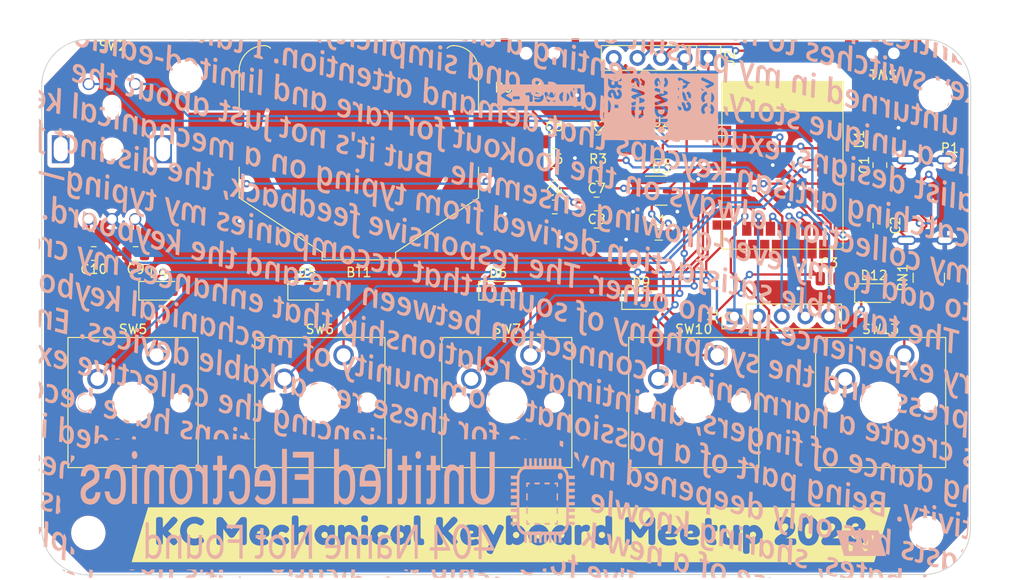
<source format=kicad_pcb>
(kicad_pcb (version 20221018) (generator pcbnew)
  (layers (0 "F.Cu" signal) (31 "B.Cu" signal) (34 "B.Paste" user) (35 "F.Paste" user) (36 "B.SilkS" user "B.Silkscreen") (37 "F.SilkS" user "F.Silkscreen") (38 "B.Mask" user) (39 "F.Mask" user) (44 "Edge.Cuts" user))
  (net 0 "")
  (net 1 "VDDA")
  (net 2 "VSS")
  (net 3 "D+")
  (net 4 "D-")
  (net 5 "VCC")
  (net 6 "VBat")
  (net 7 "/RotaryA")
  (net 8 "/RotaryB")
  (net 9 "/R1")
  (net 10 "Net-(D4-A)")
  (net 11 "Net-(D5-A)")
  (net 12 "Net-(D6-A)")
  (net 13 "Net-(D9-A)")
  (net 14 "Net-(D12-A)")
  (net 15 "Net-(J1-Pin_1)")
  (net 16 "Net-(J1-Pin_2)")
  (net 17 "Net-(J1-Pin_3)")
  (net 18 "Net-(J1-Pin_4)")
  (net 19 "Net-(J1-Pin_5)")
  (net 20 "SWDIO")
  (net 21 "SWD")
  (net 22 "RST")
  (net 23 "VBUS")
  (net 24 "Net-(P1-CC)")
  (net 26 "Net-(P1-VCONN)")
  (net 28 "Net-(U2-PROG)")
  (net 33 "Net-(SW1-A)")
  (net 34 "Net-(SW1-B)")
  (net 35 "/RotaryS1")
  (net 36 "/RotaryS2")
  (net 37 "/C1")
  (net 38 "/C2")
  (net 39 "/C3")
  (net 40 "/C4")
  (net 41 "/C5")
  (net 43 "/SK6812")
  (net 52 "/SDA")
  (net 55 "/SCL")
  (net 57 "Net-(U3-LX)")
  (net 58 "Net-(Power1-B)")
  (footprint "Package_TO_SOT_SMD:SOT-23-5" (layer "F.Cu") (at 112.5375 52.3)
    (fp_text reference "U2")
    (fp_text value "HX4055M")
  )
  (footprint "Button_Switch_Keyboard:SW_Cherry_MX_1.00u_PCB" (layer "F.Cu") (at 118.55 74.92)
    (fp_text reference "SW10")
    (fp_text value "Switch")
  )
  (footprint "Capacitor_SMD:C_0805_2012Metric" (layer "F.Cu") (at 101.0875 59)
    (fp_text reference "C4")
    (fp_text value "10uF")
  )
  (footprint "kibuzzard-648A5551" (layer "F.Cu") (at 96.4 94.2)
    (fp_text reference "kibuzzard-648A5551" hide)
    (fp_text value "G***" hide)
  )
  (footprint "Button_Switch_Keyboard:SW_Cherry_MX_1.00u_PCB" (layer "F.Cu") (at 98.48 74.92)
    (fp_text reference "SW7")
    (fp_text value "Switch")
  )
  (footprint "Resistor_SMD:R_Array_Convex_4x0603" (layer "F.Cu") (at 141.25 66.6 90)
    (fp_text reference "RN1")
    (fp_text value "5.1k")
  )
  (footprint "BreadBoardPwr:SK-3296S_switch" (layer "F.Cu") (at 99.495 42.5)
    (fp_text reference "Power1")
    (fp_text value "SW3")
  )
  (footprint "BadgePirates:USB_C_Receptical-Jing" (layer "F.Cu") (at 138.8125 58.25 90)
    (fp_text reference "P1")
    (fp_text value "USB_C_Plug_corrected")
  )
  (footprint "Resistor_SMD:R_0805_2012Metric" (layer "F.Cu") (at 105.7375 55.5)
    (fp_text reference "R3")
    (fp_text value "R_Small")
  )
  (footprint "Capacitor_SMD:C_0805_2012Metric" (layer "F.Cu") (at 136 61 -90)
    (fp_text reference "C2")
    (fp_text value "20pF")
  )
  (footprint "RedVillage:TS36CA-0.7" (layer "F.Cu") (at 136.35 42.5 180)
    (fp_text reference "SW1")
    (fp_text value "SW_SPST")
  )
  (footprint "MountingHole:MountingHole_3.2mm_M3" (layer "F.Cu") (at 141 94)
    (fp_text reference "REF**" hide)
    (fp_text value "MountingHole_3.2mm_M3")
  )
  (footprint "Capacitor_SMD:C_0805_2012Metric" (layer "F.Cu") (at 105.5875 58.68)
    (fp_text reference "C7")
    (fp_text value "10uF")
  )
  (footprint "Button_Switch_Keyboard:SW_Cherry_MX_1.00u_PCB" (layer "F.Cu") (at 78.41 74.92)
    (fp_text reference "SW6")
    (fp_text value "Switch")
  )
  (footprint "Battery:BatteryHolder_Keystone_3008_1x2450" (layer "F.Cu") (at 80.05 51.625 180)
    (fp_text reference "BT1")
    (fp_text value "Battery_Cell")
  )
  (footprint "MountingHole:MountingHole_3.2mm_M3" (layer "F.Cu") (at 51 94)
    (fp_text reference "REF**" hide)
    (fp_text value "MountingHole_3.2mm_M3")
  )
  (footprint "Capacitor_SMD:C_0805_2012Metric" (layer "F.Cu") (at 56.0875 64 180)
    (fp_text reference "C9")
    (fp_text value "100nF")
  )
  (footprint "E73:E73-2G4M08S1C" (layer "F.Cu") (at 125.0375 53.53 180)
    (fp_text reference "U1")
    (fp_text value "E73-2G4M08S1C")
  )
  (footprint "Diode_SMD:D_SOD-123F" (layer "F.Cu") (at 58.6375 68)
    (fp_text reference "D4")
    (fp_text value "D")
  )
  (footprint "MountingHole:MountingHole_3.2mm_M3" (layer "F.Cu") (at 61.5 45)
    (fp_text reference "REF**" hide)
    (fp_text value "MountingHole_3.2mm_M3")
  )
  (footprint "Button_Switch_Keyboard:SW_Cherry_MX_1.00u_PCB" (layer "F.Cu") (at 138.62 74.92)
    (fp_text reference "SW13")
    (fp_text value "Switch")
  )
  (footprint "Inductor_SMD:L_0805_2012Metric" (layer "F.Cu") (at 112.25 62)
    (fp_text reference "L1")
    (fp_text value "10uH")
  )
  (footprint "Resistor_SMD:R_0805_2012Metric" (layer "F.Cu") (at 101.0375 52)
    (fp_text reference "C5")
    (fp_text value "800k")
  )
  (footprint "Connector_PinHeader_2.54mm:PinHeader_1x05_P2.54mm_Vertical" (layer "F.Cu") (at 117.58 43 -90)
    (fp_text reference "J2")
    (fp_text value "Conn_01x05")
  )
  (footprint "Connector_PinHeader_2.54mm:PinHeader_1x05_P2.54mm_Vertical" (layer "F.Cu") (at 120.38 70.75 90)
    (fp_text reference "J1")
    (fp_text value "Conn_01x05")
  )
  (footprint "Capacitor_SMD:C_0805_2012Metric" (layer "F.Cu") (at 105.5875 62)
    (fp_text reference "C8")
    (fp_text value "22uF")
  )
  (footprint "Capacitor_SMD:C_0805_2012Metric" (layer "F.Cu") (at 136 54.5 90)
    (fp_text reference "C1")
    (fp_text value "20pF")
  )
  (footprint "Resistor_SMD:R_0805_2012Metric" (layer "F.Cu") (at 105.7375 52)
    (fp_text reference "R2")
    (fp_text value "Charger Bypass")
  )
  (footprint "Package_TO_SOT_SMD:SOT-23" (layer "F.Cu") (at 112.5 57.25)
    (fp_text reference "U3")
    (fp_text value "~")
  )
  (footprint "Button_Switch_Keyboard:SW_Cherry_MX_1.00u_PCB" (layer "F.Cu") (at 58.34 74.92)
    (fp_text reference "SW5")
    (fp_text value "Switch")
  )
  (footprint "Capacitor_SMD:C_0805_2012Metric" (layer "F.Cu") (at 130.55 66.7)
    (fp_text reference "C3")
    (fp_text value "4.7uF")
  )
  (footprint "Diode_SMD:D_SOD-123F" (layer "F.Cu") (at 135.5 68.25)
    (fp_text reference "D12")
    (fp_text value "D")
  )
  (footprint "Diode_SMD:D_SOD-123F" (layer "F.Cu") (at 95.1375 68)
    (fp_text reference "D6")
    (fp_text value "D")
  )
  (footprint "MountingHole:MountingHole_3.2mm_M3" (layer "F.Cu") (at 142 47)
    (fp_text reference "REF**" hide)
    (fp_text value "MountingHole_3.2mm_M3")
  )
  (footprint "cafebabe:EC11L1524E03_Rotary_Encoder" (layer "F.Cu") (at 53.5375 52.8)
    (fp_text reference "SW2")
    (fp_text value "Rotary_Encoder_Switch")
  )
  (footprint "Diode_SMD:D_SOD-123F" (layer "F.Cu") (at 110.5 69)
    (fp_text reference "D9")
    (fp_text value "D")
  )
  (footprint "Resistor_SMD:R_0805_2012Metric" (layer "F.Cu") (at 101.0375 55.5)
    (fp_text reference "C6")
    (fp_text value "2M")
  )
  (footprint "Diode_SMD:D_SOD-123F" (layer "F.Cu") (at 74.6375 68)
    (fp_text reference "D5")
    (fp_text value "D")
  )
  (footprint "Capacitor_SMD:C_0805_2012Metric" (layer "F.Cu") (at 51.5875 64 180)
    (fp_text reference "C10")
    (fp_text value "100nF")
  )
  (footprint "kibuzzard-648A54D0" (layer "B.Cu") (at 99.6 47 180)
    (fp_text reference "kibuzzard-648A54D0" hide)
    (fp_text value "G***" hide)
  )
  (footprint "kibuzzard-648A54B3" (layer "B.Cu") (at 112.5 48.25 -90)
    (fp_text reference "kibuzzard-648A54B3" hide)
    (fp_text value "G***" hide)
  )
  (footprint "kibuzzard-648A556D" (layer "B.Cu") (at 134 95.1 180)
    (fp_text reference "kibuzzard-648A556D" hide)
    (fp_text value "G***" hide)
  )
  (footprint "MeetupKeeb:MeetupBack" (layer "B.Cu") (at 96.8 69.8 180)
    (fp_text reference "Ref**" hide)
    (fp_text value "Val**" hide)
  )
  (gr_line (start 46 93.5) (end 46 46) (stroke (width 0.1)) (layer "Edge.Cuts"))
  (gr_arc (start 51 98.5) (mid 47.464466 97.035534) (end 46 93.5) (stroke (width 0.1)) (layer "Edge.Cuts"))
  (gr_arc (start 46 46) (mid 47.464466 42.464466) (end 51 41) (stroke (width 0.1)) (layer "Edge.Cuts"))
  (gr_line (start 145.75 46) (end 145.714466 93.464466) (stroke (width 0.1)) (layer "Edge.Cuts"))
  (gr_line (start 51 41) (end 140.75 41) (stroke (width 0.1)) (layer "Edge.Cuts"))
  (gr_arc (start 145.714466 93.464466) (mid 144.25 97) (end 140.714466 98.464466) (stroke (width 0.1)) (layer "Edge.Cuts"))
  (gr_arc (start 140.75 41) (mid 144.285534 42.464466) (end 145.75 46) (stroke (width 0.1)) (layer "Edge.Cuts"))
  (gr_line (start 140.714466 98.464466) (end 51 98.5) (stroke (width 0.1)) (layer "Edge.Cuts"))
  (segment (start 107.9 53.25) (end 111.4 53.25) (width 0.25) (layer "F.Cu") (net 1))
  (segment (start 64.75 51.625) (end 64.75 53.25) (width 0.25) (layer "F.Cu") (net 1))
  (segment (start 105.15 50.5) (end 106.65 52) (width 0.25) (layer "F.Cu") (net 1))
  (segment (start 93.75 56.25) (end 95.35 54.65) (width 0.25) (layer "F.Cu") (net 1))
  (segment (start 95.35 46.525) (end 97.25 44.625) (width 0.25) (layer "F.Cu") (net 1))
  (segment (start 95.35 51.625) (end 99.75 51.625) (width 0.25) (layer "F.Cu") (net 1))
  (segment (start 101.625 50.5) (end 105.15 50.5) (width 0.25) (layer "F.Cu") (net 1))
  (segment (start 99.75 51.625) (end 100.125 52) (width 0.25) (layer "F.Cu") (net 1))
  (segment (start 106.65 52) (end 107.9 53.25) (width 0.25) (layer "F.Cu") (net 1))
  (segment (start 100.125 52) (end 101.625 50.5) (width 0.25) (layer "F.Cu") (net 1))
  (segment (start 95.35 51.625) (end 95.35 54.2125) (width 0.25) (layer "F.Cu") (net 1))
  (segment (start 95.35 54.2125) (end 100.1375 59) (width 0.25) (layer "F.Cu") (net 1))
  (segment (start 95.35 54.65) (end 95.35 51.625) (width 0.25) (layer "F.Cu") (net 1))
  (segment (start 95.35 51.625) (end 95.35 46.525) (width 0.25) (layer "F.Cu") (net 1))
  (segment (start 64.75 53.25) (end 68 56.5) (width 0.25) (layer "F.Cu") (net 1))
  (via (at 93.75 56.25) (size 0.8) (drill 0.4) (layers "F.Cu" "B.Cu") (net 1))
  (via (at 68 56.5) (size 0.8) (drill 0.4) (layers "F.Cu" "B.Cu") (net 1))
  (segment (start 68 56.5) (end 93.5 56.5) (width 0.25) (layer "B.Cu") (net 1))
  (segment (start 93.5 56.5) (end 93.75 56.25) (width 0.25) (layer "B.Cu") (net 1))
  (segment (start 128.112299 59.661195) (end 128.112299 59.562396) (width 0.25) (layer "F.Cu") (net 2))
  (segment (start 138.8125 62.275) (end 138.1125 61.575) (width 0.25) (layer "F.Cu") (net 2))
  (segment (start 129.3275 61.34) (end 129.3275 60.876396) (width 0.25) (layer "F.Cu") (net 2))
  (segment (start 129.3275 60.876396) (end 128.112299 59.661195) (width 0.25) (layer "F.Cu") (net 2))
  (segment (start 127.299903 58.75) (end 126.25 58.75) (width 0.25) (layer "F.Cu") (net 2))
  (segment (start 128.112299 59.562396) (end 127.299903 58.75) (width 0.25) (layer "F.Cu") (net 2))
  (segment (start 138.8125 62.57) (end 138.8125 62.275) (width 0.25) (layer "F.Cu") (net 2))
  (segment (start 127.4375 65.0625) (end 127.25 65.25) (width 0.25) (layer "F.Cu") (net 2))
  (segment (start 127.4375 63.53) (end 127.4375 65.0625) (width 0.25) (layer "F.Cu") (net 2))
  (segment (start 138.1125 61.575) (end 138.1125 61.325) (width 0.25) (layer "F.Cu") (net 2))
  (segment (start 138.1125 54.925) (end 138.1125 55.175) (width 0.25) (layer "F.Cu") (net 2))
  (segment (start 138.8125 53.93) (end 138.8125 54.225) (width 0.25) (layer "F.Cu") (net 2))
  (segment (start 138.8125 54.225) (end 138.1125 54.925) (width 0.25) (layer "F.Cu") (net 2))
  (via (at 108.75 62.5) (size 0.8) (drill 0.4) (layers "F.Cu" "B.Cu") (net 2))
  (via (at 116.5 56) (size 0.8) (drill 0.4) (layers "F.Cu" "B.Cu") (net 2))
  (via (at 126.25 58.75) (size 0.8) (drill 0.4) (layers "F.Cu" "B.Cu") (net 2))
  (via (at 124.5 54.5) (size 0.8) (drill 0.4) (layers "F.Cu" "B.Cu") (net 2))
  (via (at 138 50.5) (size 0.8) (drill 0.4) (layers "F.Cu" "B.Cu") (net 2))
  (via (at 103.25 53.75) (size 0.8) (drill 0.4) (layers "F.Cu" "B.Cu") (net 2))
  (via (at 67.25 60.5) (size 0.8) (drill 0.4) (layers "F.Cu" "B.Cu") (net 2))
  (via (at 114.25 59.5) (size 0.8) (drill 0.4) (layers "F.Cu" "B.Cu") (net 2))
  (via (at 95.75 59.75) (size 0.8) (drill 0.4) (layers "F.Cu" "B.Cu") (net 2))
  (via (at 127.5 57) (size 0.8) (drill 0.4) (layers "F.Cu" "B.Cu") (net 2))
  (via (at 101.75 62.25) (size 0.8) (drill 0.4) (layers "F.Cu" "B.Cu") (net 2))
  (via (at 127.25 67.75) (size 0.8) (drill 0.4) (layers "F.Cu" "B.Cu") (net 2))
  (via (at 109.5 59.5) (size 0.8) (drill 0.4) (layers "F.Cu" "B.Cu") (net 2))
  (via (at 127.25 65.25) (size 0.8) (drill 0.4) (layers "F.Cu" "B.Cu") (net 2))
  (via (at 103.5 47) (size 0.8) (drill 0.4) (layers "F.Cu" "B.Cu") (net 2))
  (segment (start 126.25 58.75) (end 126.25 58.5) (width 0.25) (layer "B.Cu") (net 2))
  (segment (start 127.25 65.25) (end 127.25 67.75) (width 0.25) (layer "B.Cu") (net 2))
  (segment (start 139.25 57.7125) (end 139.25 58.2875) (width 0.2) (layer "F.Cu") (net 3))
  (segment (start 136 55.45) (end 136 57.5) (width 0.2) (layer "F.Cu") (net 3))
  (segment (start 138.1125 57.5) (end 139.0375 57.5) (width 0.2) (layer "F.Cu") (net 3))
  (segment (start 139.0375 58.5) (end 138.1125 58.5) (width 0.2) (layer "F.Cu") (net 3))
  (segment (start 136.5 57.54) (end 138 57.54) (width 0.2) (layer "F.Cu") (net 3))
  (segment (start 133.537501 57.13) (end 133.947501 57.54) (width 0.2) (layer "F.Cu") (net 3))
  (segment (start 139.0375 57.5) (end 139.25 57.7125) (width 0.2) (layer "F.Cu") (net 3))
  (segment (start 139.25 58.2875) (end 139.0375 58.5) (width 0.2) (layer "F.Cu") (net 3))
  (segment (start 133.947501 57.54) (end 136.5 57.54) (width 0.2) (layer "F.Cu") (net 3))
  (segment (start 132.0375 57.13) (end 133.537501 57.13) (width 0.2) (layer "F.Cu") (net 3))
  (segment (start 133.537501 58.4) (end 133.947501 57.99) (width 0.2) (layer "F.Cu") (net 4))
  (segment (start 133.947501 57.99) (end 138 57.99) (width 0.2) (layer "F.Cu") (net 4))
  (segment (start 136 58) (end 137 59) (width 0.2) (layer "F.Cu") (net 4))
  (segment (start 132.0375 58.4) (end 133.537501 58.4) (width 0.2) (layer "F.Cu") (net 4))
  (segment (start 137 59) (end 138.1125 59) (width 0.2) (layer "F.Cu") (net 4))
  (segment (start 136 60.05) (end 136 58) (width 0.2) (layer "F.Cu") (net 4))
  (segment (start 112.775 69.525) (end 113.75 70.5) (width 0.25) (layer "F.Cu") (net 5))
  (segment (start 127 66.25) (end 129 66.25) (width 0.25) (layer "F.Cu") (net 5))
  (segment (start 112.55 58.621751) (end 113.4375 57.734251) (width 0.25) (layer "F.Cu") (net 5))
  (segment (start 115.25 55.113604) (end 115.25 47.75) (width 0.25) (layer "F.Cu") (net 5))
  (segment (start 115.25 47.75) (end 117.58 45.42) (width 0.25) (layer "F.Cu") (net 5))
  (segment (start 113.75 70.5) (end 118.28 70.5) (width 0.25) (layer "F.Cu") (net 5))
  (segment (start 113.4375 57.734251) (end 113.4375 57.25) (width 0.25) (layer "F.Cu") (net 5))
  (segment (start 106.3875 63.75) (end 111 63.75) (width 0.25) (layer "F.Cu") (net 5))
  (segment (start 104.6375 62) (end 106.3875 63.75) (width 0.25) (layer "F.Cu") (net 5))
  (segment (start 126.1675 63.53) (end 126.1675 65.4175) (width 0.25) (layer "F.Cu") (net 5))
  (segment (start 117.58 45.42) (end 117.58 43) (width 0.25) (layer "F.Cu") (net 5))
  (segment (start 111 63.75) (end 112.55 62.2) (width 0.25) (layer "F.Cu") (net 5))
  (segment (start 120.53 68.25) (end 121.1045 68.25) (width 0.25) (layer "F.Cu") (net 5))
  (segment (start 129.6 66.7) (end 128.7075 65.8075) (width 0.25) (layer "F.Cu") (net 5))
  (segment (start 112.55 62.2) (end 112.55 58.621751) (width 0.25) (layer "F.Cu") (net 5))
  (segment (start 126.1675 65.4175) (end 127 66.25) (width 0.25) (layer "F.Cu") (net 5))
  (segment (start 111 64) (end 112.775 65.775) (width 0.25) (layer "F.Cu") (net 5))
  (segment (start 113.4375 57.25) (end 113.4375 56.926104) (width 0.25) (layer "F.Cu") (net 5))
  (segment (start 113.4375 56.926104) (end 115.25 55.113604) (width 0.25) (layer "F.Cu") (net 5))
  (segment (start 129 66.25) (end 129.15 66.25) (width 0.25) (layer "F.Cu") (net 5))
  (segment (start 111 63.75) (end 111 64) (width 0.25) (layer "F.Cu") (net 5))
  (segment (start 128.7075 65.8075) (end 128.7075 63.53) (width 0.25) (layer "F.Cu") (net 5))
  (segment (start 112.775 65.775) (end 112.775 69.525) (width 0.25) (layer "F.Cu") (net 5))
  (segment (start 129.15 66.25) (end 129.6 66.7) (width 0.25) (layer "F.Cu") (net 5))
  (segment (start 122 66.25) (end 129 66.25) (width 0.25) (layer "F.Cu") (net 5))
  (segment (start 118.28 70.5) (end 120.53 68.25) (width 0.25) (layer "F.Cu") (net 5))
  (via (at 122 66.25) (size 0.8) (drill 0.4) (layers "F.Cu" "B.Cu") (net 5))
  (via (at 121.1045 68.25) (size 0.8) (drill 0.4) (layers "F.Cu" "B.Cu") (net 5))
  (segment (start 121.1045 67.1455) (end 122 66.25) (width 0.25) (layer "B.Cu") (net 5))
  (segment (start 121.1045 68.25) (end 121.1045 67.1455) (width 0.25) (layer "B.Cu") (net 5))
  (segment (start 101.95 53.675) (end 101.95 52) (width 0.25) (layer "F.Cu") (net 6))
  (segment (start 125.5175 60.0175) (end 125.5175 61.34) (width 0.25) (layer "F.Cu") (net 6))
  (segment (start 101.625 57) (end 108.5 57) (width 0.25) (layer "F.Cu") (net 6))
  (segment (start 100.125 55.5) (end 101.625 57) (width 0.25) (layer "F.Cu") (net 6))
  (segment (start 122.5 57) (end 125.5175 60.0175) (width 0.25) (layer "F.Cu") (net 6))
  (segment (start 100.125 55.5) (end 101.95 53.675) (width 0.25) (layer "F.Cu") (net 6))
  (via (at 122.5 57) (size 0.8) (drill 0.4) (layers "F.Cu" "B.Cu") (net 6))
  (via (at 108.5 57) (size 0.8) (drill 0.4) (layers "F.Cu" "B.Cu") (net 6))
  (segment (start 122.5 57) (end 108.5 57) (width 0.25) (layer "B.Cu") (net 6))
  (segment (start 127.5 54) (end 127.54 53.96) (width 0.25) (layer "F.Cu") (net 7))
  (segment (start 127.54 53.96) (end 130.0275 53.96) (width 0.25) (layer "F.Cu") (net 7))
  (segment (start 56.0375 63) (end 57.0375 64) (width 0.25) (layer "F.Cu") (net 7))
  (segment (start 56.0375 60.3) (end 56.0375 63) (width 0.25) (layer "F.Cu") (net 7))
  (via (at 127.5 54) (size 0.8) (drill 0.4) (layers "F.Cu" "B.Cu") (net 7))
  (segment (start 112.813701 64.5) (end 114.406851 62.90685) (width 0.25) (layer "B.Cu") (net 7))
  (segment (start 118.813701 58.5) (end 120.5 58.5) (width 0.25) (layer "B.Cu") (net 7))
  (segment (start 120.5 58.5) (end 123 58.5) (width 0.25) (layer "B.Cu") (net 7))
  (segment (start 114.406851 62.90685) (end 118.813701 58.5) (width 0.25) (layer "B.Cu") (net 7))
  (segment (start 60.2375 64.5) (end 61 64.5) (width 0.25) (layer "B.Cu") (net 7))
  (segment (start 56.0375 60.3) (end 60.2375 64.5) (width 0.25) (layer "B.Cu") (net 7))
  (segment (start 123 58.5) (end 127.5 54) (width 0.25) (layer "B.Cu") (net 7))
  (segment (start 61 64.5) (end 112.813701 64.5) (width 0.25) (layer "B.Cu") (net 7))
  (segment (start 128 55) (end 129.7975 55) (width 0.25) (layer "F.Cu") (net 8))
  (segment (start 129.7975 55) (end 130.0275 55.23) (width 0.25) (layer "F.Cu") (net 8))
  (segment (start 51.0375 60.3) (end 51.0375 63.6) (width 0.25) (layer "F.Cu") (net 8))
  (segment (start 51.0375 63.6) (end 50.6375 64) (width 0.25) (layer "F.Cu") (net 8))
  (via (at 128 55) (size 0.8) (drill 0.4) (layers "F.Cu" "B.Cu") (net 8))
  (segment (start 123.5 59) (end 127.5 55) (width 0.25) (layer "B.Cu") (net 8))
  (segment (start 55.7375 65) (end 113 65) (width 0.25) (layer "B.Cu") (net 8))
  (segment (start 127.5 55) (end 128 55) (width 0.25) (layer "B.Cu") (net 8))
  (segment (start 51.0375 60.3) (end 55.7375 65) (width 0.25) (layer "B.Cu") (net 8))
  (segment (start 118.950097 59) (end 123 59) (width 0.25) (layer "B.Cu") (net 8))
  (segment (start 113.5 64.450097) (end 118.950097 59) (width 0.25) (layer "B.Cu") (net 8))
  (segment (start 123 59) (end 123.5 59) (width 0.25) (layer "B.Cu") (net 8))
  (segment (start 113.5 64.5) (end 113.5 64.450097) (width 0.25) (layer "B.Cu") (net 8))
  (segment (start 113 65) (end 113.5 64.5) (width 0.25) (layer "B.Cu") (net 8))
  (segment (start 114.987701 56.012299) (end 117.68 53.32) (width 0.25) (layer "F.Cu") (net 9))
  (segment (start 93.7375 68) (end 93.7375 66.7625) (width 0.25) (layer "F.Cu") (net 9))
  (segment (start 109.5 69) (end 109.1 69) (width 0.25) (layer "F.Cu") (net 9))
  (segment (start 93.7375 66.7625) (end 94.5 66) (width 0.25) (layer "F.Cu") (net 9))
  (segment (start 134 68.35) (end 134.1 68.25) (width 0.25) (layer "F.Cu") (net 9))
  (segment (start 117.68 53.32) (end 119.0375 53.32) (width 0.25) (layer "F.Cu") (net 9))
  (segment (start 73.2375 68) (end 73.2375 67.2625) (width 0.25) (layer "F.Cu") (net 9))
  (segment (start 110 68.5) (end 109.5 69) (width 0.25) (layer "F.Cu") (net 9))
  (segment (start 114.987701 63.987701) (end 114.987701 56.012299) (width 0.25) (layer "F.Cu") (net 9))
  (segment (start 57.2375 67.7625) (end 59 66) (width 0.25) (layer "F.Cu") (net 9))
  (segment (start 110 66) (end 110 68.5) (width 0.25) (layer "F.Cu") (net 9))
  (segment (start 57.2375 68) (end 57.2375 67.7625) (width 0.25) (layer "F.Cu") (net 9))
  (segment (start 73.2375 67.2625) (end 74.5 66) (width 0.25) (layer "F.Cu") (net 9))
  (segment (start 134 70) (end 134 68.35) (width 0.25) (layer "F.Cu") (net 9))
  (via (at 74.5 66) (size 0.8) (drill 0.4) (layers "F.Cu" "B.Cu") (net 9))
  (via (at 110 66) (size 0.8) (drill 0.4) (layers "F.Cu" "B.Cu") (net 9))
  (via (at 59 66) (size 0.8) (drill 0.4) (layers "F.Cu" "B.Cu") (net 9))
  (via (at 94.5 66) (size 0.8) (drill 0.4) (layers "F.Cu" "B.Cu") (net 9))
  (via (at 134 70) (size 0.8) (drill 0.4) (layers "F.Cu" "B.Cu") (net 9))
  (via (at 114.987701 63.987701) (size 0.8) (drill 0.4) (layers "F.Cu" "B.Cu") (net 9))
  (segment (start 117.5 66) (end 118.5 67) (width 0.25) (layer "B.Cu") (net 9))
  (segment (start 74.5 66) (end 94.5 66) (width 0.25) (layer "B.Cu") (net 9))
  (segment (start 115 64) (end 115 65.5) (width 0.25) (layer "B.Cu") (net 9))
  (segment (start 115 65.5) (end 114.5 66) (width 0.25) (layer "B.Cu") (net 9))
  (segment (start 59 66) (end 74.5 66) (width 0.25) (layer "B.Cu") (net 9))
  (segment (start 118.5 67) (end 118.5 71.22) (width 0.25) (layer "B.Cu") (net 9))
  (segment (start 114.5 66) (end 117.5 66) (width 0.25) (layer "B.Cu") (net 9))
  (segment (start 118.5 71.22) (end 119.78 72.5) (width 0.25) (layer "B.Cu") (net 9))
  (segment (start 94.5 66) (end 114.5 66) (width 0.25) (layer "B.Cu") (net 9))
  (segment (start 114.987701 63.987701) (end 115 64) (width 0.25) (layer "B.Cu") (net 9))
  (segment (start 132 72.5) (end 134 70.5) (width 0.25) (layer "B.Cu") (net 9))
  (segment (start 110 66) (end 113 66) (width 0.25) (layer "B.Cu") (net 9))
  (segment (start 134 70.5) (end 134 70) (width 0.25) (layer "B.Cu") (net 9))
  (segment (start 119.78 72.5) (end 132 72.5) (width 0.25) (layer "B.Cu") (net 9))
  (segment (start 60.0375 68) (end 58.34 69.6975) (width 0.25) (layer "F.Cu") (net 10))
  (segment (start 58.34 69.6975) (end 58.34 74.92) (width 0.25) (layer "F.Cu") (net 10))
  (segment (start 78.41 70.3725) (end 78.41 74.92) (width 0.25) (layer "F.Cu") (net 11))
  (segment (start 76.0375 68) (end 78.41 70.3725) (width 0.25) (layer "F.Cu") (net 11))
  (segment (start 96.5375 68) (end 98.48 69.9425) (width 0.25) (layer "F.Cu") (net 12))
  (segment (start 98.48 69.9425) (end 98.48 74.92) (width 0.25) (layer "F.Cu") (net 12))
  (segment (start 111.9 70.9) (end 115.92 74.92) (width 0.25) (layer "F.Cu") (net 13))
  (segment (start 115.92 74.92) (end 118.55 74.92) (width 0.25) (layer "F.Cu") (net 13))
  (segment (start 111.9 69) (end 111.9 70.9) (width 0.25) (layer "F.Cu") (net 13))
  (segment (start 138.62 69.97) (end 138.62 74.92) (width 0.25) (layer "F.Cu") (net 14))
  (segment (start 136.9 68.25) (end 138.62 69.97) (width 0.25) (layer "F.Cu") (net 14))
  (segment (start 121.5 61.1325) (end 121.7075 61.34) (width 0.25) (layer "F.Cu") (net 15))
  (segment (start 121.5 60) (end 121.5 61.1325) (width 0.25) (layer "F.Cu") (net 15))
  (via (at 121.5 60) (size 0.8) (drill 0.4) (layers "F.Cu" "B.Cu") (net 15))
  (segment (start 120.38 70.75) (end 120.38 61.12) (width 0.25) (layer "B.Cu") (net 15))
  (segment (start 120.38 61.12) (end 121.5 60) (width 0.25) (layer "B.Cu") (net 15))
  (segment (start 123 61.3175) (end 122.9775 61.34) (width 0.25) (layer "F.Cu") (net 16))
  (segment (start 123 60) (end 123 61.3175) (width 0.25) (layer "F.Cu") (net 16))
  (via (at 123 60) (size 0.8) (drill 0.4) (layers "F.Cu" "B.Cu") (net 16))
  (segment (start 122.92 60.08) (end 123 60) (width 0.25) (layer "B.Cu") (net 16))
  (segment (start 122.92 70.75) (end 122.92 60.08) (width 0.25) (layer "B.Cu") (net 16))
  (segment (start 124.4877 60.0123) (end 124.2475 60.2525) (width 0.25) (layer "F.Cu") (net 17))
  (segment (start 124.2475 60.2525) (end 124.2475 61.34) (width 0.25) (layer "F.Cu") (net 17))
  (via (at 124.4877 60.0123) (size 0.8) (drill 0.4) (layers "F.Cu" "B.Cu") (net 17))
  (segment (start 125.46 60.9846) (end 125.46 70.75) (width 0.25) (layer "B.Cu") (net 17))
  (segment (start 124.4877 60.0123) (end 125.46 60.9846) (width 0.25) (layer "B.Cu") (net 17))
  (segment (start 126.7875 60.5375) (end 126.7875 61.34) (width 0.25) (layer "F.Cu") (net 18))
  (segment (start 126.25 60) (end 126.7875 60.5375) (width 0.25) (layer "F.Cu") (net 18))
  (via (at 126.25 60) (size 0.8) (drill 0.4) (layers "F.Cu" "B.Cu") (net 18))
  (segment (start 128 61.5) (end 128 70.75) (width 0.25) (layer "B.Cu") (net 18))
  (segment (start 126.5 60) (end 128 61.5) (width 0.25) (layer "B.Cu") (net 18))
  (segment (start 126.25 60) (end 126.5 60) (width 0.25) (layer "B.Cu") (net 18))
  (segment (start 128.0575 60.71) (end 128.0575 61.34) (width 0.25) (layer "F.Cu") (net 19))
  (segment (start 127.387299 59.862701) (end 127.387299 60.039799) (width 0.25) (layer "F.Cu") (net 19))
  (segment (start 127.387299 60.039799) (end 128.0575 60.71) (width 0.25) (layer "F.Cu") (net 19))
  (via (at 127.387299 59.862701) (size 0.8) (drill 0.4) (layers "F.Cu" "B.Cu") (net 19))
  (segment (start 130.54 62.04) (end 130.54 70.75) (width 0.25) (layer "B.Cu") (net 19))
  (segment (start 128.362701 59.862701) (end 130.54 62.04) (width 0.25) (layer "B.Cu") (net 19))
  (segment (start 127.387299 59.862701) (end 128.362701 59.862701) (width 0.25) (layer "B.Cu") (net 19))
  (segment (start 132.0375 53.32) (end 133.2875 53.32) (width 0.25) (layer "F.Cu") (net 20))
  (segment (start 134 44.9) (end 130.6 41.5) (width 0.25) (layer "F.Cu") (net 20))
  (segment (start 133.2875 53.32) (end 134 52.6075) (width 0.25) (layer "F.Cu") (net 20))
  (segment (start 114 41.5) (end 112.5 43) (width 0.25) (layer "F.Cu") (net 20))
  (segment (start 134 52.6075) (end 134 44.9) (width 0.25) (layer "F.Cu") (net 20))
  (segment (start 130.6 41.5) (end 114 41.5) (width 0.25) (layer "F.Cu") (net 20))
  (segment (start 130.688104 42.2245) (end 120.5 42.2245) (width 0.25) (layer "F.Cu") (net 21))
  (segment (start 133.55 45.086396) (end 130.688104 42.2245) (width 0.25) (layer "F.Cu") (net 21))
  (segment (start 132.0375 52.05) (end 132.95 52.05) (width 0.25) (layer "F.Cu") (net 21))
  (segment (start 132.95 52.05) (end 133.55 51.45) (width 0.25) (layer "F.Cu") (net 21))
  (segment (start 133.55 51.45) (end 133.55 45.086396) (width 0.25) (layer "F.Cu") (net 21))
  (via (at 120.5 42.2245) (size 0.8) (drill 0.4) (layers "F.Cu" "B.Cu") (net 21))
  (segment (start 120.1005 41.825) (end 111.635 41.825) (width 0.25) (layer "B.Cu") (net 21))
  (segment (start 111.635 41.825) (end 110.46 43) (width 0.25) (layer "B.Cu") (net 21))
  (segment (start 110.46 43) (end 109.96 43) (width 0.25) (layer "B.Cu") (net 21))
  (segment (start 120.5 42.2245) (end 120.1005 41.825) (width 0.25) (layer "B.Cu") (net 21))
  (segment (start 132.0375 62) (end 132.0375 60.94) (width 0.25) (layer "F.Cu") (net 22))
  (via (at 132.0375 62) (size 0.8) (drill 0.4) (layers "F.Cu" "B.Cu") (net 22))
  (segment (start 128.75 59.5) (end 128.75 52.5) (width 0.25) (layer "B.Cu") (net 22))
  (segment (start 115.195 50.775) (end 107.42 43) (width 0.25) (layer "B.Cu") (net 22))
  (segment (start 131.25 62) (end 128.75 59.5) (width 0.25) (layer "B.Cu") (net 22))
  (segment (start 128.75 52.5) (end 127.025 50.775) (width 0.25) (layer "B.Cu") (net 22))
  (segment (start 132.0375 62) (end 131.25 62) (width 0.25) (layer "B.Cu") (net 22))
  (segment (start 127.025 50.775) (end 115.195 50.775) (width 0.25) (layer "B.Cu") (net 22))
  (segment (start 129.7525 59.865) (end 130.7125 60.825) (width 0.25) (layer "F.Cu") (net 23))
  (segment (start 123.5 56.5) (end 125.75 56.5) (width 0.25) (layer "F.Cu") (net 23))
  (segment (start 138.937551 55.975) (end 139.022551 56.06) (width 0.25) (layer "F.Cu") (net 23))
  (segment (start 132.0375 59.67) (end 133.42 59.67) (width 0.25) (layer "F.Cu") (net 23))
  (segment (start 125.75 56.5) (end 129.115 59.865) (width 0.25) (layer "F.Cu") (net 23))
  (segment (start 134.625 60.875) (end 137.5 60.875) (width 0.25) (layer "F.Cu") (net 23))
  (segment (start 132.525 62.725) (end 134.5 60.75) (width 0.25) (layer "F.Cu") (net 23))
  (segment (start 129.115 59.865) (end 129.7525 59.865) (width 0.25) (layer "F.Cu") (net 23))
  (segment (start 106.825 54) (end 108.75 54) (width 0.25) (layer "F.Cu") (net 23))
  (segment (start 134.5 60.75) (end 134.625 60.875) (width 0.25) (layer "F.Cu") (net 23))
  (segment (start 104.825 52) (end 106.825 54) (width 0.25) (layer "F.Cu") (net 23))
  (segment (start 113.25 54.75) (end 113.25 53.675) (width 0.25) (layer "F.Cu") (net 23))
  (segment (start 139.0875 60.375) (end 138.6875 60.775) (width 0.25) (layer "F.Cu") (net 23))
  (segment (start 133.42 59.67) (end 134.5 60.75) (width 0.25) (layer "F.Cu") (net 23))
  (segment (start 137.6 60.775) (end 137.5 60.875) (width 0.25) (layer "F.Cu") (net 23))
  (segment (start 131.725 62.725) (end 132.525 62.725) (width 0.25) (layer "F.Cu") (net 23))
  (segment (start 113.25 53.675) (end 113.675 53.25) (width 0.25) (layer "F.Cu") (net 23))
  (segment (start 130.7125 61.7125) (end 131.725 62.725) (width 0.25) (layer "F.Cu") (net 23))
  (segment (start 138.1125 55.975) (end 138.937551 55.975) (width 0.25) (layer "F.Cu") (net 23))
  (segment (start 139.875 60.375) (end 139.0875 60.375) (width 0.25) (layer "F.Cu") (net 23))
  (segment (start 130.7125 60.825) (end 130.7125 61.7125) (width 0.25) (layer "F.Cu") (net 23))
  (segment (start 140.69 56.06) (end 141.25 55.5) (width 0.25) (layer "F.Cu") (net 23))
  (segment (start 138.6875 60.775) (end 138.1125 60.775) (width 0.25) (layer "F.Cu") (net 23))
  (segment (start 138.1125 60.775) (end 137.6 60.775) (width 0.25) (layer "F.Cu") (net 23))
  (segment (start 140.25 60.75) (end 139.875 60.375) (width 0.25) (layer "F.Cu") (net 23))
  (segment (start 139.022551 56.06) (end 140.69 56.06) (width 0.25) (layer "F.Cu") (net 23))
  (via (at 141.25 55.5) (size 0.8) (drill 0.4) (layers "F.Cu" "B.Cu") (net 23))
  (via (at 108.75 54) (size 0.8) (drill 0.4) (layers "F.Cu" "B.Cu") (net 23))
  (via (at 123.5 56.5) (size 0.8) (drill 0.4) (layers "F.Cu" "B.Cu") (net 23))
  (via (at 113.25 54.75) (size 0.8) (drill 0.4) (layers "F.Cu" "B.Cu") (net 23))
  (via (at 140.25 60.75) (size 0.8) (drill 0.4) (layers "F.Cu" "B.Cu") (net 23))
  (segment (start 142.25 60) (end 142.25 56.5) (width 0.25) (layer "B.Cu") (net 23))
  (segment (start 121.75 54.75) (end 123.5 56.5) (width 0.25) (layer "B.Cu") (net 23))
  (segment (start 140.25 60.75) (end 141.5 60.75) (width 0.25) (layer "B.Cu") (net 23))
  (segment (start 108.75 54) (end 109.5 54.75) (width 0.25) (layer "B.Cu") (net 23))
  (segment (start 109.5 54.75) (end 109.75 54.75) (width 0.25) (layer "B.Cu") (net 23))
  (segment (start 141.5 60.75) (end 142.25 60) (width 0.25) (layer "B.Cu") (net 23))
  (segment (start 109.75 54.75) (end 113.25 54.75) (width 0.25) (layer "B.Cu") (net 23))
  (segment (start 142.25 56.5) (end 141.25 55.5) (width 0.25) (layer "B.Cu") (net 23))
  (segment (start 113.25 54.75) (end 121.75 54.75) (width 0.25) (layer "B.Cu") (net 23))
  (segment (start 140.75 64.35) (end 140.75 61.275305) (width 0.25) (layer "F.Cu") (net 24))
  (segment (start 141.65 65.25) (end 140.75 64.35) (width 0.25) (layer "F.Cu") (net 24))
  (segment (start 140.975 61.050305) (end 140.975 60.449695) (width 0.25) (layer "F.Cu") (net 24))
  (segment (start 140.975 60.449695) (end 140.025305 59.5) (width 0.25) (layer "F.Cu") (net 24))
  (segment (start 140.025305 59.5) (end 138.1125 59.5) (width 0.25) (layer "F.Cu") (net 24))
  (segment (start 141.65 65.7) (end 141.65 65.25) (width 0.25) (layer "F.Cu") (net 24))
  (segment (start 140.75 61.275305) (end 140.975 61.050305) (width 0.25) (layer "F.Cu") (net 24))
  (segment (start 141.5 58.75) (end 139.26 56.51) (width 0.25) (layer "F.Cu") (net 26))
  (segment (start 142.45 65.7) (end 142.45 65.2) (width 0.25) (layer "F.Cu") (net 26))
  (segment (start 142.45 65.2) (end 141.5 64.25) (width 0.25) (layer "F.Cu") (net 26))
  (segment (start 138.1225 56.51) (end 138.1125 56.5) (width 0.25) (layer "F.Cu") (net 26))
  (segment (start 141.5 64.25) (end 141.5 58.75) (width 0.25) (layer "F.Cu") (net 26))
  (segment (start 139.26 56.51) (end 138.1225 56.51) (width 0.25) (layer "F.Cu") (net 26))
  (segment (start 112.6875 53.3125) (end 112.6875 52.3375) (width 0.25) (layer "F.Cu") (net 28))
  (segment (start 110.5 55.5) (end 112.6875 53.3125) (width 0.25) (layer "F.Cu") (net 28))
  (segment (start 112.6875 52.3375) (end 113.675 51.35) (width 0.25) (layer "F.Cu") (net 28))
  (segment (start 106.65 55.5) (end 110.5 55.5) (width 0.25) (layer "F.Cu") (net 28))
  (segment (start 138.45 43.55) (end 135 47) (width 0.25) (layer "F.Cu") (net 33))
  (segment (start 134.95 53.061827) (end 134.95 54.05) (width 0.25) (layer "F.Cu") (net 33))
  (segment (start 135 53.011827) (end 134.95 53.061827) (width 0.25) (layer "F.Cu") (net 33))
  (segment (start 135 47) (end 135 53.011827) (width 0.25) (layer "F.Cu") (net 33))
  (segment (start 134.95 54.05) (end 133.14 55.86) (width 0.25) (layer "F.Cu") (net 33))
  (segment (start 133.14 55.86) (end 132.0375 55.86) (width 0.25) (layer "F.Cu") (net 33))
  (segment (start 134.5 43.8) (end 134.5 53.3775) (width 0.25) (layer "F.Cu") (net 34))
  (segment (start 133.2875 54.59) (end 132.0375 54.59) (width 0.25) (layer "F.Cu") (net 34))
  (segment (start 134.25 43.55) (end 134.5 43.8) (width 0.25) (layer "F.Cu") (net 34))
  (segment (start 134.5 53.3775) (end 133.2875 54.59) (width 0.25) (layer "F.Cu") (net 34))
  (segment (start 127.69 52.69) (end 130.0275 52.69) (width 0.25) (layer "F.Cu") (net 35))
  (segment (start 127.5 52.5) (end 127.69 52.69) (width 0.25) (layer "F.Cu") (net 35))
  (via (at 127.5 52.5) (size 0.8) (drill 0.4) (layers "F.Cu" "B.Cu") (net 35))
  (segment (start 110.5 49.75) (end 113.25 52.5) (width 0.25) (layer "B.Cu") (net 35))
  (segment (start 51.0375 45.8) (end 52.988846 45.8) (width 0.25) (layer "B.Cu") (net 35))
  (segment (start 113.25 52.5) (end 127.5 52.5) (width 0.25) (layer "B.Cu") (net 35))
  (segment (start 56.938846 49.75) (end 110.5 49.75) (width 0.25) (layer "B.Cu") (net 35))
  (segment (start 52.988846 45.8) (end 56.938846 49.75) (width 0.25) (layer "B.Cu") (net 35))
  (segment (start 125.25 53.5) (end 128.25 56.5) (width 0.25) (layer "F.Cu") (net 36))
  (segment (start 125.25 51.5) (end 125.25 53.5) (width 0.25) (layer "F.Cu") (net 36))
  (segment (start 128.25 56.5) (end 130.0275 56.5) (width 0.25) (layer "F.Cu") (net 36))
  (via (at 125.25 51.5) (size 0.8) (drill 0.4) (layers "F.Cu" "B.Cu") (net 36))
  (segment (start 58.3 45.8) (end 61.75 49.25) (width 0.25) (layer "B.Cu") (net 36))
  (segment (start 61.75 49.25) (end 110.75 49.25) (width 0.25) (layer "B.Cu") (net 36))
  (segment (start 113 51.5) (end 125.25 51.5) (width 0.25) (layer "B.Cu") (net 36))
  (segment (start 56.0375 45.8) (end 58.3 45.8) (width 0.25) (layer "B.Cu") (net 36))
  (segment (start 110.75 49.25) (end 113 51.5) (width 0.25) (layer "B.Cu") (net 36))
  (segment (start 117.349951 64.874549) (end 119.0375 63.187) (width 0.25) (layer "F.Cu") (net 37))
  (segment (start 119.0375 63.187) (end 119.0375 60.94) (width 0.25) (layer "F.Cu") (net 37))
  (segment (start 117.349951 66.874549) (end 117.349951 64.874549) (width 0.25) (layer "F.Cu") (net 37))
  (via (at 117.349951 66.874549) (size 0.8) (drill 0.4) (layers "F.Cu" "B.Cu") (net 37))
  (segment (start 58.5 71) (end 58.45 71) (width 0.25) (layer "B.Cu") (net 37))
  (segment (start 117.200402 66.725) (end 62.775 66.725) (width 0.25) (layer "B.Cu") (net 37))
  (segment (start 62.775 66.725) (end 58.5 71) (width 0.25) (layer "B.Cu") (net 37))
  (segment (start 58.45 71) (end 51.99 77.46) (width 0.25) (layer "B.Cu") (net 37))
  (segment (start 117.349951 66.874549) (end 117.200402 66.725) (width 0.25) (layer "B.Cu") (net 37))
  (segment (start 116.059205 67.484471) (end 116.059205 65.528899) (width 0.25) (layer "F.Cu") (net 38))
  (segment (start 117.5 64.088104) (end 117.5 59.9575) (width 0.25) (layer "F.Cu") (net 38))
  (segment (start 117.5 59.9575) (end 117.7875 59.67) (width 0.25) (layer "F.Cu") (net 38))
  (segment (start 117.7875 59.67) (end 119.0375 59.67) (width 0.25) (layer "F.Cu") (net 38))
  (segment (start 116.059205 65.528899) (end 117.5 64.088104) (width 0.25) (layer "F.Cu") (net 38))
  (via (at 116.059205 67.484471) (size 0.8) (drill 0.4) (layers "F.Cu" "B.Cu") (net 38))
  (segment (start 72.06 77.46) (end 82.02 67.5) (width 0.25) (layer "B.Cu") (net 38))
  (segment (start 82.02 67.5) (end 114.5 67.5) (width 0.25) (layer "B.Cu") (net 38))
  (segment (start 114.5 67.5) (end 116.043676 67.5) (width 0.25) (layer "B.Cu") (net 38))
  (segment (start 116.043676 67.5) (end 116.059205 67.484471) (width 0.25) (layer "B.Cu") (net 38))
  (segment (start 114.5 66.451708) (end 117 63.951708) (width 0.25) (layer "F.Cu") (net 39))
  (segment (start 118.1575 58.4) (end 119.0375 58.4) (width 0.25) (layer "F.Cu") (net 39))
  (segment (start 117 63.951708) (end 117 59.5575) (width 0.25) (layer "F.Cu") (net 39))
  (segment (start 117 59.5575) (end 118.1575 58.4) (width 0.25) (layer "F.Cu") (net 39))
  (segment (start 114.5 68.2755) (end 114.5 66.451708) (width 0.25) (layer "F.Cu") (net 39))
  (via (at 114.5 68.2755) (size 0.8) (drill 0.4) (layers "F.Cu" "B.Cu") (net 39))
  (segment (start 92.13 77.46) (end 101.09 68.5) (width 0.25) (layer "B.Cu") (net 39))
  (segment (start 101.09 68.5) (end 102.5 68.5) (width 0.25) (layer "B.Cu") (net 39))
  (segment (start 114.2755 68.5) (end 114.5 68.2755) (width 0.25) (layer "B.Cu") (net 39))
  (segment (start 102.5 68.5) (end 114.2755 68.5) (width 0.25) (layer "B.Cu") (net 39))
  (segment (start 116.5 58.7875) (end 118.1575 57.13) (width 0.25) (layer "F.Cu") (net 40))
  (segment (start 113.775 69.275) (end 113.775 66.225) (width 0.25) (layer "F.Cu") (net 40))
  (segment (start 113.775 66.225) (end 116.5 63.5) (width 0.25) (layer "F.Cu") (net 40))
  (segment (start 116.5 63.5) (end 116.5 58.7875) (width 0.25) (layer "F.Cu") (net 40))
  (segment (start 114 69.5) (end 113.775 69.275) (width 0.25) (layer "F.Cu") (net 40))
  (segment (start 118.1575 57.13) (end 119.0375 57.13) (width 0.25) (layer "F.Cu") (net 40))
  (via (at 114 69.5) (size 0.8) (drill 0.4) (layers "F.Cu" "B.Cu") (net 40))
  (segment (start 114 69.5) (end 112.2 71.3) (width 0.25) (layer "B.Cu") (net 40))
  (segment (start 112.2 71.3) (end 112.2 77.46) (width 0.25) (layer "B.Cu") (net 40))
  (segment (start 132.27 77.46) (end 130.46 77.46) (width 0.25) (layer "F.Cu") (net 41))
  (segment (start 124.095 70.095) (end 120 66) (width 0.25) (layer "F.Cu") (net 41))
  (segment (start 124.095 71.095) (end 124.095 70.095) (width 0.25) (layer "F.Cu") (net 41))
  (segment (start 120.5 56.4425) (end 119.9175 55.86) (width 0.25) (layer "F.Cu") (net 41))
  (segment (start 120.5 62) (end 120.5 56.4425) (width 0.25) (layer "F.Cu") (net 41))
  (segment (start 120 62.5) (end 120.5 62) (width 0.25) (layer "F.Cu") (net 41))
  (segment (start 120 66) (end 120 62.5) (width 0.25) (layer "F.Cu") (net 41))
  (segment (start 130.46 77.46) (end 124.095 71.095) (width 0.25) (layer "F.Cu") (net 41))
  (segment (start 119.9175 55.86) (end 119.0375 55.86) (width 0.25) (layer "F.Cu") (net 41))
  (segment (start 111.5 58.2625) (end 111.5625 58.2) (width 0.25) (layer "F.Cu") (net 57))
  (segment (start 111.5 59.75) (end 111.5 58.2625) (width 0.25) (layer "F.Cu") (net 57))
  (segment (start 113.3125 62) (end 113.3125 60.788) (width 0.25) (layer "F.Cu") (net 57))
  (segment (start 113.3125 60.788) (end 113.2745 60.75) (width 0.25) (layer "F.Cu") (net 57))
  (via (at 111.5 59.75) (size 0.8) (drill 0.4) (layers "F.Cu" "B.Cu") (net 57))
  (via (at 113.2745 60.75) (size 0.8) (drill 0.4) (layers "F.Cu" "B.Cu") (net 57))
  (segment (start 113.2745 60.75) (end 112.5 60.75) (width 0.25) (layer "B.Cu") (net 57))
  (segment (start 112.5 60.75) (end 111.5 59.75) (width 0.25) (layer "B.Cu") (net 57))
  (segment (start 98.75 48.75) (end 98.75 44.625) (width 0.25) (layer "F.Cu") (net 58))
  (segment (start 103.136478 58.495211) (end 104.452711 58.495211) (width 0.25) (layer "F.Cu") (net 58))
  (segment (start 104.6375 58.68) (end 106.9075 60.95) (width 0.25) (layer "F.Cu") (net 58))
  (segment (start 104.452711 58.495211) (end 104.6375 58.68) (width 0.25) (layer "F.Cu") (net 58))
  (segment (start 110.1375 60.95) (end 111.1875 62) (width 0.25) (layer "F.Cu") (net 58))
  (segment (start 100.5 50.5) (end 98.75 48.75) (width 0.25) (layer "F.Cu") (net 58))
  (segment (start 106.9075 60.95) (end 110.1375 60.95) (width 0.25) (layer "F.Cu") (net 58))
  (via (at 100.5 50.5) (size 0.8) (drill 0.4) (layers "F.Cu" "B.Cu") (net 58))
  (via (at 103.136478 58.495211) (size 0.8) (drill 0.4) (layers "F.Cu" "B.Cu") (net 58))
  (segment (start 100.5 50.5) (end 100.5 55.858733) (width 0.25) (layer "B.Cu") (net 58))
  (segment (start 100.5 55.858733) (end 103.136478 58.495211) (width 0.25) (layer "B.Cu") (net 58))
  (zone (net 0) (net_name "") (layers "F&B.Cu") (connect_pads (clearance 0)) (min_thickness 0.25)
    (keepout (tracks not_allowed) (vias not_allowed) (pads not_allowed) (copperpour not_allowed) (footprints allowed))
    (fill (thermal_gap 0.5) (thermal_bridge_width 0.5))
    (polygon (pts (xy 118.25 48.75) (xy 133 48.75) (xy 133 45.25) (xy 131.25 43.5) (xy 119.5 43.5) (xy 118.25 45.25)))
  )
  (zone (net 2) (net_name "VSS") (layers "F&B.Cu") (connect_pads (clearance 0.5)) (min_thickness 0.25) (fill yes (thermal_gap 0.5) (thermal_bridge_width 0.5))
    (polygon (pts (xy 140.5 41.25) (xy 145.5 45.75) (xy 145.5 93.25) (xy 140.75 98.25) (xy 51 98.25) (xy 46.25 93.5) (xy 46.25 46) (xy 50.75 41.25)))
  )
)
</source>
